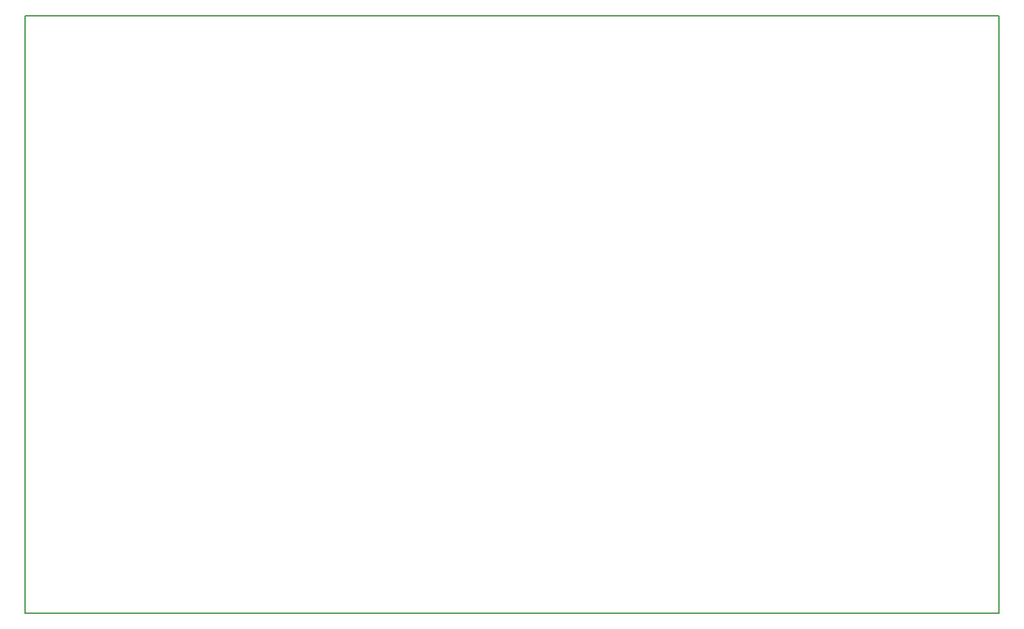
<source format=gbr>
G04 #@! TF.FileFunction,Profile,NP*
%FSLAX46Y46*%
G04 Gerber Fmt 4.6, Leading zero omitted, Abs format (unit mm)*
G04 Created by KiCad (PCBNEW 4.0.7-e2-6376~61~ubuntu18.04.1) date Tue Dec  4 15:55:48 2018*
%MOMM*%
%LPD*%
G01*
G04 APERTURE LIST*
%ADD10C,0.100000*%
%ADD11C,0.150000*%
G04 APERTURE END LIST*
D10*
D11*
X94615000Y-134620000D02*
X94615000Y-57785000D01*
X219710000Y-134620000D02*
X94615000Y-134620000D01*
X219710000Y-57785000D02*
X219710000Y-134620000D01*
X94615000Y-57785000D02*
X219710000Y-57785000D01*
M02*

</source>
